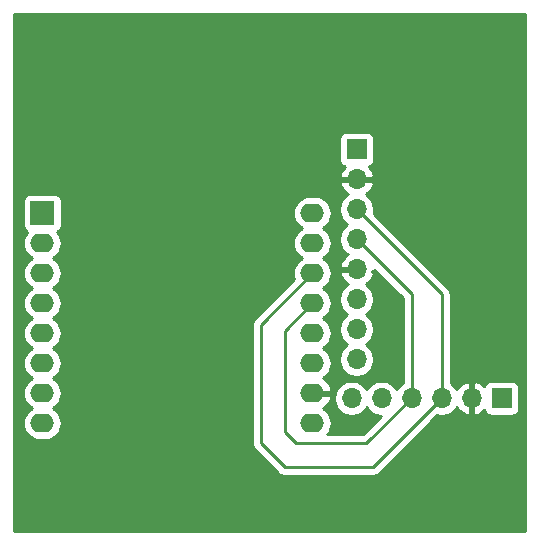
<source format=gbr>
%TF.GenerationSoftware,KiCad,Pcbnew,(5.1.10)-1*%
%TF.CreationDate,2021-05-29T14:40:27+02:00*%
%TF.ProjectId,Monitor,4d6f6e69-746f-4722-9e6b-696361645f70,rev?*%
%TF.SameCoordinates,Original*%
%TF.FileFunction,Copper,L2,Bot*%
%TF.FilePolarity,Positive*%
%FSLAX46Y46*%
G04 Gerber Fmt 4.6, Leading zero omitted, Abs format (unit mm)*
G04 Created by KiCad (PCBNEW (5.1.10)-1) date 2021-05-29 14:40:27*
%MOMM*%
%LPD*%
G01*
G04 APERTURE LIST*
%TA.AperFunction,ComponentPad*%
%ADD10O,1.700000X1.700000*%
%TD*%
%TA.AperFunction,ComponentPad*%
%ADD11R,1.700000X1.700000*%
%TD*%
%TA.AperFunction,ComponentPad*%
%ADD12O,2.000000X1.600000*%
%TD*%
%TA.AperFunction,ComponentPad*%
%ADD13R,2.000000X2.000000*%
%TD*%
%TA.AperFunction,Conductor*%
%ADD14C,0.250000*%
%TD*%
%TA.AperFunction,Conductor*%
%ADD15C,0.254000*%
%TD*%
%TA.AperFunction,Conductor*%
%ADD16C,0.100000*%
%TD*%
G04 APERTURE END LIST*
D10*
%TO.P,J2,4*%
%TO.N,sda*%
X111100000Y-59720000D03*
%TO.P,J2,7*%
%TO.N,Net-(J2-Pad7)*%
X111100000Y-67340000D03*
%TO.P,J2,5*%
%TO.N,GND*%
X111100000Y-62260000D03*
%TO.P,J2,2*%
X111100000Y-54640000D03*
%TO.P,J2,3*%
%TO.N,scl*%
X111100000Y-57180000D03*
%TO.P,J2,6*%
%TO.N,Net-(J2-Pad6)*%
X111100000Y-64800000D03*
%TO.P,J2,8*%
%TO.N,Net-(J2-Pad8)*%
X111100000Y-69880000D03*
D11*
%TO.P,J2,1*%
%TO.N,+5V*%
X111100000Y-52100000D03*
%TD*%
D10*
%TO.P,J1,3*%
%TO.N,scl*%
X118297389Y-73184671D03*
%TO.P,J1,6*%
%TO.N,Net-(J1-Pad6)*%
X110677389Y-73184671D03*
%TO.P,J1,2*%
%TO.N,GND*%
X120837389Y-73184671D03*
%TO.P,J1,4*%
%TO.N,sda*%
X115757389Y-73184671D03*
%TO.P,J1,5*%
%TO.N,Net-(J1-Pad5)*%
X113217389Y-73184671D03*
D11*
%TO.P,J1,1*%
%TO.N,+3V3*%
X123377389Y-73184671D03*
%TD*%
D12*
%TO.P,U1,16*%
%TO.N,Net-(U1-Pad16)*%
X107360000Y-57500000D03*
%TO.P,U1,15*%
%TO.N,Net-(U1-Pad15)*%
X107360000Y-60040000D03*
%TO.P,U1,14*%
%TO.N,scl*%
X107360000Y-62580000D03*
%TO.P,U1,13*%
%TO.N,sda*%
X107360000Y-65120000D03*
%TO.P,U1,12*%
%TO.N,Net-(U1-Pad12)*%
X107360000Y-67660000D03*
%TO.P,U1,11*%
%TO.N,din*%
X107360000Y-70200000D03*
%TO.P,U1,10*%
%TO.N,GND*%
X107360000Y-72740000D03*
%TO.P,U1,9*%
%TO.N,+5V*%
X107360000Y-75280000D03*
%TO.P,U1,8*%
%TO.N,+3V3*%
X84500000Y-75280000D03*
%TO.P,U1,7*%
%TO.N,Net-(U1-Pad7)*%
X84500000Y-72740000D03*
%TO.P,U1,6*%
%TO.N,Net-(U1-Pad6)*%
X84500000Y-70200000D03*
%TO.P,U1,5*%
%TO.N,Net-(U1-Pad5)*%
X84500000Y-67660000D03*
%TO.P,U1,4*%
%TO.N,Net-(U1-Pad4)*%
X84500000Y-65120000D03*
%TO.P,U1,3*%
%TO.N,Net-(U1-Pad3)*%
X84500000Y-62580000D03*
D13*
%TO.P,U1,1*%
%TO.N,Net-(U1-Pad1)*%
X84500000Y-57500000D03*
D12*
%TO.P,U1,2*%
%TO.N,Net-(U1-Pad2)*%
X84500000Y-60040000D03*
%TD*%
D14*
%TO.N,sda*%
X105000000Y-76000000D02*
X105000000Y-67480000D01*
X106000000Y-77000000D02*
X105000000Y-76000000D01*
X111942060Y-77000000D02*
X106000000Y-77000000D01*
X105000000Y-67480000D02*
X107360000Y-65120000D01*
X115757389Y-73184671D02*
X111942060Y-77000000D01*
X115757389Y-64377389D02*
X115757389Y-73184671D01*
X111100000Y-59720000D02*
X115757389Y-64377389D01*
%TO.N,scl*%
X118297389Y-64377389D02*
X118297389Y-73184671D01*
X111100000Y-57180000D02*
X118297389Y-64377389D01*
X107360000Y-62580000D02*
X103000000Y-66940000D01*
X103000000Y-66940000D02*
X103000000Y-77000000D01*
X103000000Y-77000000D02*
X105000000Y-79000000D01*
X112482060Y-79000000D02*
X118297389Y-73184671D01*
X105000000Y-79000000D02*
X112482060Y-79000000D01*
%TO.N,+3V3*%
X84500000Y-75280000D02*
X83780000Y-75280000D01*
%TD*%
D15*
%TO.N,GND*%
X125373000Y-84373000D02*
X82127000Y-84373000D01*
X82127000Y-60040000D01*
X82858057Y-60040000D01*
X82885764Y-60321309D01*
X82967818Y-60591808D01*
X83101068Y-60841101D01*
X83280392Y-61059608D01*
X83498899Y-61238932D01*
X83631858Y-61310000D01*
X83498899Y-61381068D01*
X83280392Y-61560392D01*
X83101068Y-61778899D01*
X82967818Y-62028192D01*
X82885764Y-62298691D01*
X82858057Y-62580000D01*
X82885764Y-62861309D01*
X82967818Y-63131808D01*
X83101068Y-63381101D01*
X83280392Y-63599608D01*
X83498899Y-63778932D01*
X83631858Y-63850000D01*
X83498899Y-63921068D01*
X83280392Y-64100392D01*
X83101068Y-64318899D01*
X82967818Y-64568192D01*
X82885764Y-64838691D01*
X82858057Y-65120000D01*
X82885764Y-65401309D01*
X82967818Y-65671808D01*
X83101068Y-65921101D01*
X83280392Y-66139608D01*
X83498899Y-66318932D01*
X83631858Y-66390000D01*
X83498899Y-66461068D01*
X83280392Y-66640392D01*
X83101068Y-66858899D01*
X82967818Y-67108192D01*
X82885764Y-67378691D01*
X82858057Y-67660000D01*
X82885764Y-67941309D01*
X82967818Y-68211808D01*
X83101068Y-68461101D01*
X83280392Y-68679608D01*
X83498899Y-68858932D01*
X83631858Y-68930000D01*
X83498899Y-69001068D01*
X83280392Y-69180392D01*
X83101068Y-69398899D01*
X82967818Y-69648192D01*
X82885764Y-69918691D01*
X82858057Y-70200000D01*
X82885764Y-70481309D01*
X82967818Y-70751808D01*
X83101068Y-71001101D01*
X83280392Y-71219608D01*
X83498899Y-71398932D01*
X83631858Y-71470000D01*
X83498899Y-71541068D01*
X83280392Y-71720392D01*
X83101068Y-71938899D01*
X82967818Y-72188192D01*
X82885764Y-72458691D01*
X82858057Y-72740000D01*
X82885764Y-73021309D01*
X82967818Y-73291808D01*
X83101068Y-73541101D01*
X83280392Y-73759608D01*
X83498899Y-73938932D01*
X83631858Y-74010000D01*
X83498899Y-74081068D01*
X83280392Y-74260392D01*
X83101068Y-74478899D01*
X82967818Y-74728192D01*
X82885764Y-74998691D01*
X82858057Y-75280000D01*
X82885764Y-75561309D01*
X82967818Y-75831808D01*
X83101068Y-76081101D01*
X83280392Y-76299608D01*
X83498899Y-76478932D01*
X83748192Y-76612182D01*
X84018691Y-76694236D01*
X84229508Y-76715000D01*
X84770492Y-76715000D01*
X84981309Y-76694236D01*
X85251808Y-76612182D01*
X85501101Y-76478932D01*
X85719608Y-76299608D01*
X85898932Y-76081101D01*
X86032182Y-75831808D01*
X86114236Y-75561309D01*
X86141943Y-75280000D01*
X86114236Y-74998691D01*
X86032182Y-74728192D01*
X85898932Y-74478899D01*
X85719608Y-74260392D01*
X85501101Y-74081068D01*
X85368142Y-74010000D01*
X85501101Y-73938932D01*
X85719608Y-73759608D01*
X85898932Y-73541101D01*
X86032182Y-73291808D01*
X86114236Y-73021309D01*
X86141943Y-72740000D01*
X86114236Y-72458691D01*
X86032182Y-72188192D01*
X85898932Y-71938899D01*
X85719608Y-71720392D01*
X85501101Y-71541068D01*
X85368142Y-71470000D01*
X85501101Y-71398932D01*
X85719608Y-71219608D01*
X85898932Y-71001101D01*
X86032182Y-70751808D01*
X86114236Y-70481309D01*
X86141943Y-70200000D01*
X86114236Y-69918691D01*
X86032182Y-69648192D01*
X85898932Y-69398899D01*
X85719608Y-69180392D01*
X85501101Y-69001068D01*
X85368142Y-68930000D01*
X85501101Y-68858932D01*
X85719608Y-68679608D01*
X85898932Y-68461101D01*
X86032182Y-68211808D01*
X86114236Y-67941309D01*
X86141943Y-67660000D01*
X86114236Y-67378691D01*
X86032182Y-67108192D01*
X85942282Y-66940000D01*
X102236324Y-66940000D01*
X102240000Y-66977322D01*
X102240001Y-76962668D01*
X102236324Y-77000000D01*
X102250998Y-77148985D01*
X102294454Y-77292246D01*
X102365026Y-77424276D01*
X102436201Y-77511002D01*
X102460000Y-77540001D01*
X102488998Y-77563799D01*
X104436201Y-79511003D01*
X104459999Y-79540001D01*
X104488997Y-79563799D01*
X104575723Y-79634974D01*
X104707753Y-79705546D01*
X104851014Y-79749003D01*
X104962667Y-79760000D01*
X104962676Y-79760000D01*
X104999999Y-79763676D01*
X105037322Y-79760000D01*
X112444738Y-79760000D01*
X112482060Y-79763676D01*
X112519382Y-79760000D01*
X112519393Y-79760000D01*
X112631046Y-79749003D01*
X112774307Y-79705546D01*
X112906336Y-79634974D01*
X113022061Y-79540001D01*
X113045864Y-79510997D01*
X117930981Y-74625881D01*
X118151129Y-74669671D01*
X118443649Y-74669671D01*
X118730547Y-74612603D01*
X119000800Y-74500661D01*
X119244021Y-74338146D01*
X119450864Y-74131303D01*
X119572584Y-73949137D01*
X119642211Y-74066026D01*
X119837120Y-74282259D01*
X120070469Y-74456312D01*
X120333290Y-74581496D01*
X120480499Y-74626147D01*
X120710389Y-74504826D01*
X120710389Y-73311671D01*
X120690389Y-73311671D01*
X120690389Y-73057671D01*
X120710389Y-73057671D01*
X120710389Y-71864516D01*
X120964389Y-71864516D01*
X120964389Y-73057671D01*
X120984389Y-73057671D01*
X120984389Y-73311671D01*
X120964389Y-73311671D01*
X120964389Y-74504826D01*
X121194279Y-74626147D01*
X121341488Y-74581496D01*
X121604309Y-74456312D01*
X121837658Y-74282259D01*
X121913423Y-74198205D01*
X121937887Y-74278851D01*
X121996852Y-74389165D01*
X122076204Y-74485856D01*
X122172895Y-74565208D01*
X122283209Y-74624173D01*
X122402907Y-74660483D01*
X122527389Y-74672743D01*
X124227389Y-74672743D01*
X124351871Y-74660483D01*
X124471569Y-74624173D01*
X124581883Y-74565208D01*
X124678574Y-74485856D01*
X124757926Y-74389165D01*
X124816891Y-74278851D01*
X124853201Y-74159153D01*
X124865461Y-74034671D01*
X124865461Y-72334671D01*
X124853201Y-72210189D01*
X124816891Y-72090491D01*
X124757926Y-71980177D01*
X124678574Y-71883486D01*
X124581883Y-71804134D01*
X124471569Y-71745169D01*
X124351871Y-71708859D01*
X124227389Y-71696599D01*
X122527389Y-71696599D01*
X122402907Y-71708859D01*
X122283209Y-71745169D01*
X122172895Y-71804134D01*
X122076204Y-71883486D01*
X121996852Y-71980177D01*
X121937887Y-72090491D01*
X121913423Y-72171137D01*
X121837658Y-72087083D01*
X121604309Y-71913030D01*
X121341488Y-71787846D01*
X121194279Y-71743195D01*
X120964389Y-71864516D01*
X120710389Y-71864516D01*
X120480499Y-71743195D01*
X120333290Y-71787846D01*
X120070469Y-71913030D01*
X119837120Y-72087083D01*
X119642211Y-72303316D01*
X119572584Y-72420205D01*
X119450864Y-72238039D01*
X119244021Y-72031196D01*
X119057389Y-71906493D01*
X119057389Y-64414711D01*
X119061065Y-64377388D01*
X119057389Y-64340065D01*
X119057389Y-64340056D01*
X119046392Y-64228403D01*
X119002935Y-64085142D01*
X118932364Y-63953114D01*
X118932363Y-63953112D01*
X118861188Y-63866386D01*
X118837390Y-63837388D01*
X118808393Y-63813591D01*
X112541209Y-57546408D01*
X112585000Y-57326260D01*
X112585000Y-57033740D01*
X112527932Y-56746842D01*
X112415990Y-56476589D01*
X112253475Y-56233368D01*
X112046632Y-56026525D01*
X111864466Y-55904805D01*
X111981355Y-55835178D01*
X112197588Y-55640269D01*
X112371641Y-55406920D01*
X112496825Y-55144099D01*
X112541476Y-54996890D01*
X112420155Y-54767000D01*
X111227000Y-54767000D01*
X111227000Y-54787000D01*
X110973000Y-54787000D01*
X110973000Y-54767000D01*
X109779845Y-54767000D01*
X109658524Y-54996890D01*
X109703175Y-55144099D01*
X109828359Y-55406920D01*
X110002412Y-55640269D01*
X110218645Y-55835178D01*
X110335534Y-55904805D01*
X110153368Y-56026525D01*
X109946525Y-56233368D01*
X109784010Y-56476589D01*
X109672068Y-56746842D01*
X109615000Y-57033740D01*
X109615000Y-57326260D01*
X109672068Y-57613158D01*
X109784010Y-57883411D01*
X109946525Y-58126632D01*
X110153368Y-58333475D01*
X110327760Y-58450000D01*
X110153368Y-58566525D01*
X109946525Y-58773368D01*
X109784010Y-59016589D01*
X109672068Y-59286842D01*
X109615000Y-59573740D01*
X109615000Y-59866260D01*
X109672068Y-60153158D01*
X109784010Y-60423411D01*
X109946525Y-60666632D01*
X110153368Y-60873475D01*
X110335534Y-60995195D01*
X110218645Y-61064822D01*
X110002412Y-61259731D01*
X109828359Y-61493080D01*
X109703175Y-61755901D01*
X109658524Y-61903110D01*
X109779845Y-62133000D01*
X110973000Y-62133000D01*
X110973000Y-62113000D01*
X111227000Y-62113000D01*
X111227000Y-62133000D01*
X111247000Y-62133000D01*
X111247000Y-62387000D01*
X111227000Y-62387000D01*
X111227000Y-62407000D01*
X110973000Y-62407000D01*
X110973000Y-62387000D01*
X109779845Y-62387000D01*
X109658524Y-62616890D01*
X109703175Y-62764099D01*
X109828359Y-63026920D01*
X110002412Y-63260269D01*
X110218645Y-63455178D01*
X110335534Y-63524805D01*
X110153368Y-63646525D01*
X109946525Y-63853368D01*
X109784010Y-64096589D01*
X109672068Y-64366842D01*
X109615000Y-64653740D01*
X109615000Y-64946260D01*
X109672068Y-65233158D01*
X109784010Y-65503411D01*
X109946525Y-65746632D01*
X110153368Y-65953475D01*
X110327760Y-66070000D01*
X110153368Y-66186525D01*
X109946525Y-66393368D01*
X109784010Y-66636589D01*
X109672068Y-66906842D01*
X109615000Y-67193740D01*
X109615000Y-67486260D01*
X109672068Y-67773158D01*
X109784010Y-68043411D01*
X109946525Y-68286632D01*
X110153368Y-68493475D01*
X110327760Y-68610000D01*
X110153368Y-68726525D01*
X109946525Y-68933368D01*
X109784010Y-69176589D01*
X109672068Y-69446842D01*
X109615000Y-69733740D01*
X109615000Y-70026260D01*
X109672068Y-70313158D01*
X109784010Y-70583411D01*
X109946525Y-70826632D01*
X110153368Y-71033475D01*
X110396589Y-71195990D01*
X110666842Y-71307932D01*
X110953740Y-71365000D01*
X111246260Y-71365000D01*
X111533158Y-71307932D01*
X111803411Y-71195990D01*
X112046632Y-71033475D01*
X112253475Y-70826632D01*
X112415990Y-70583411D01*
X112527932Y-70313158D01*
X112585000Y-70026260D01*
X112585000Y-69733740D01*
X112527932Y-69446842D01*
X112415990Y-69176589D01*
X112253475Y-68933368D01*
X112046632Y-68726525D01*
X111872240Y-68610000D01*
X112046632Y-68493475D01*
X112253475Y-68286632D01*
X112415990Y-68043411D01*
X112527932Y-67773158D01*
X112585000Y-67486260D01*
X112585000Y-67193740D01*
X112527932Y-66906842D01*
X112415990Y-66636589D01*
X112253475Y-66393368D01*
X112046632Y-66186525D01*
X111872240Y-66070000D01*
X112046632Y-65953475D01*
X112253475Y-65746632D01*
X112415990Y-65503411D01*
X112527932Y-65233158D01*
X112585000Y-64946260D01*
X112585000Y-64653740D01*
X112527932Y-64366842D01*
X112415990Y-64096589D01*
X112253475Y-63853368D01*
X112046632Y-63646525D01*
X111864466Y-63524805D01*
X111981355Y-63455178D01*
X112197588Y-63260269D01*
X112371641Y-63026920D01*
X112496825Y-62764099D01*
X112541476Y-62616890D01*
X112420156Y-62387002D01*
X112585000Y-62387002D01*
X112585000Y-62279801D01*
X114997389Y-64692191D01*
X114997390Y-71906492D01*
X114810757Y-72031196D01*
X114603914Y-72238039D01*
X114487389Y-72412431D01*
X114370864Y-72238039D01*
X114164021Y-72031196D01*
X113920800Y-71868681D01*
X113650547Y-71756739D01*
X113363649Y-71699671D01*
X113071129Y-71699671D01*
X112784231Y-71756739D01*
X112513978Y-71868681D01*
X112270757Y-72031196D01*
X112063914Y-72238039D01*
X111947389Y-72412431D01*
X111830864Y-72238039D01*
X111624021Y-72031196D01*
X111380800Y-71868681D01*
X111110547Y-71756739D01*
X110823649Y-71699671D01*
X110531129Y-71699671D01*
X110244231Y-71756739D01*
X109973978Y-71868681D01*
X109730757Y-72031196D01*
X109523914Y-72238039D01*
X109361399Y-72481260D01*
X109249457Y-72751513D01*
X109192389Y-73038411D01*
X109192389Y-73330931D01*
X109249457Y-73617829D01*
X109361399Y-73888082D01*
X109523914Y-74131303D01*
X109730757Y-74338146D01*
X109973978Y-74500661D01*
X110244231Y-74612603D01*
X110531129Y-74669671D01*
X110823649Y-74669671D01*
X111110547Y-74612603D01*
X111380800Y-74500661D01*
X111624021Y-74338146D01*
X111830864Y-74131303D01*
X111947389Y-73956911D01*
X112063914Y-74131303D01*
X112270757Y-74338146D01*
X112513978Y-74500661D01*
X112784231Y-74612603D01*
X113071129Y-74669671D01*
X113197588Y-74669671D01*
X111627259Y-76240000D01*
X108628527Y-76240000D01*
X108758932Y-76081101D01*
X108892182Y-75831808D01*
X108974236Y-75561309D01*
X109001943Y-75280000D01*
X108974236Y-74998691D01*
X108892182Y-74728192D01*
X108758932Y-74478899D01*
X108579608Y-74260392D01*
X108361101Y-74081068D01*
X108231655Y-74011878D01*
X108249227Y-74004430D01*
X108482662Y-73845673D01*
X108680639Y-73644425D01*
X108835551Y-73408421D01*
X108941444Y-73146730D01*
X108951904Y-73089039D01*
X108829915Y-72867000D01*
X107487000Y-72867000D01*
X107487000Y-72887000D01*
X107233000Y-72887000D01*
X107233000Y-72867000D01*
X107213000Y-72867000D01*
X107213000Y-72613000D01*
X107233000Y-72613000D01*
X107233000Y-72593000D01*
X107487000Y-72593000D01*
X107487000Y-72613000D01*
X108829915Y-72613000D01*
X108951904Y-72390961D01*
X108941444Y-72333270D01*
X108835551Y-72071579D01*
X108680639Y-71835575D01*
X108482662Y-71634327D01*
X108249227Y-71475570D01*
X108231655Y-71468122D01*
X108361101Y-71398932D01*
X108579608Y-71219608D01*
X108758932Y-71001101D01*
X108892182Y-70751808D01*
X108974236Y-70481309D01*
X109001943Y-70200000D01*
X108974236Y-69918691D01*
X108892182Y-69648192D01*
X108758932Y-69398899D01*
X108579608Y-69180392D01*
X108361101Y-69001068D01*
X108228142Y-68930000D01*
X108361101Y-68858932D01*
X108579608Y-68679608D01*
X108758932Y-68461101D01*
X108892182Y-68211808D01*
X108974236Y-67941309D01*
X109001943Y-67660000D01*
X108974236Y-67378691D01*
X108892182Y-67108192D01*
X108758932Y-66858899D01*
X108579608Y-66640392D01*
X108361101Y-66461068D01*
X108228142Y-66390000D01*
X108361101Y-66318932D01*
X108579608Y-66139608D01*
X108758932Y-65921101D01*
X108892182Y-65671808D01*
X108974236Y-65401309D01*
X109001943Y-65120000D01*
X108974236Y-64838691D01*
X108892182Y-64568192D01*
X108758932Y-64318899D01*
X108579608Y-64100392D01*
X108361101Y-63921068D01*
X108228142Y-63850000D01*
X108361101Y-63778932D01*
X108579608Y-63599608D01*
X108758932Y-63381101D01*
X108892182Y-63131808D01*
X108974236Y-62861309D01*
X109001943Y-62580000D01*
X108974236Y-62298691D01*
X108892182Y-62028192D01*
X108758932Y-61778899D01*
X108579608Y-61560392D01*
X108361101Y-61381068D01*
X108228142Y-61310000D01*
X108361101Y-61238932D01*
X108579608Y-61059608D01*
X108758932Y-60841101D01*
X108892182Y-60591808D01*
X108974236Y-60321309D01*
X109001943Y-60040000D01*
X108974236Y-59758691D01*
X108892182Y-59488192D01*
X108758932Y-59238899D01*
X108579608Y-59020392D01*
X108361101Y-58841068D01*
X108228142Y-58770000D01*
X108361101Y-58698932D01*
X108579608Y-58519608D01*
X108758932Y-58301101D01*
X108892182Y-58051808D01*
X108974236Y-57781309D01*
X109001943Y-57500000D01*
X108974236Y-57218691D01*
X108892182Y-56948192D01*
X108758932Y-56698899D01*
X108579608Y-56480392D01*
X108361101Y-56301068D01*
X108111808Y-56167818D01*
X107841309Y-56085764D01*
X107630492Y-56065000D01*
X107089508Y-56065000D01*
X106878691Y-56085764D01*
X106608192Y-56167818D01*
X106358899Y-56301068D01*
X106140392Y-56480392D01*
X105961068Y-56698899D01*
X105827818Y-56948192D01*
X105745764Y-57218691D01*
X105718057Y-57500000D01*
X105745764Y-57781309D01*
X105827818Y-58051808D01*
X105961068Y-58301101D01*
X106140392Y-58519608D01*
X106358899Y-58698932D01*
X106491858Y-58770000D01*
X106358899Y-58841068D01*
X106140392Y-59020392D01*
X105961068Y-59238899D01*
X105827818Y-59488192D01*
X105745764Y-59758691D01*
X105718057Y-60040000D01*
X105745764Y-60321309D01*
X105827818Y-60591808D01*
X105961068Y-60841101D01*
X106140392Y-61059608D01*
X106358899Y-61238932D01*
X106491858Y-61310000D01*
X106358899Y-61381068D01*
X106140392Y-61560392D01*
X105961068Y-61778899D01*
X105827818Y-62028192D01*
X105745764Y-62298691D01*
X105718057Y-62580000D01*
X105745764Y-62861309D01*
X105805841Y-63059358D01*
X102489003Y-66376196D01*
X102459999Y-66399999D01*
X102404871Y-66467174D01*
X102365026Y-66515724D01*
X102300422Y-66636589D01*
X102294454Y-66647754D01*
X102250997Y-66791015D01*
X102240000Y-66902668D01*
X102240000Y-66902678D01*
X102236324Y-66940000D01*
X85942282Y-66940000D01*
X85898932Y-66858899D01*
X85719608Y-66640392D01*
X85501101Y-66461068D01*
X85368142Y-66390000D01*
X85501101Y-66318932D01*
X85719608Y-66139608D01*
X85898932Y-65921101D01*
X86032182Y-65671808D01*
X86114236Y-65401309D01*
X86141943Y-65120000D01*
X86114236Y-64838691D01*
X86032182Y-64568192D01*
X85898932Y-64318899D01*
X85719608Y-64100392D01*
X85501101Y-63921068D01*
X85368142Y-63850000D01*
X85501101Y-63778932D01*
X85719608Y-63599608D01*
X85898932Y-63381101D01*
X86032182Y-63131808D01*
X86114236Y-62861309D01*
X86141943Y-62580000D01*
X86114236Y-62298691D01*
X86032182Y-62028192D01*
X85898932Y-61778899D01*
X85719608Y-61560392D01*
X85501101Y-61381068D01*
X85368142Y-61310000D01*
X85501101Y-61238932D01*
X85719608Y-61059608D01*
X85898932Y-60841101D01*
X86032182Y-60591808D01*
X86114236Y-60321309D01*
X86141943Y-60040000D01*
X86114236Y-59758691D01*
X86032182Y-59488192D01*
X85898932Y-59238899D01*
X85766524Y-59077559D01*
X85854494Y-59030537D01*
X85951185Y-58951185D01*
X86030537Y-58854494D01*
X86089502Y-58744180D01*
X86125812Y-58624482D01*
X86138072Y-58500000D01*
X86138072Y-56500000D01*
X86125812Y-56375518D01*
X86089502Y-56255820D01*
X86030537Y-56145506D01*
X85951185Y-56048815D01*
X85854494Y-55969463D01*
X85744180Y-55910498D01*
X85624482Y-55874188D01*
X85500000Y-55861928D01*
X83500000Y-55861928D01*
X83375518Y-55874188D01*
X83255820Y-55910498D01*
X83145506Y-55969463D01*
X83048815Y-56048815D01*
X82969463Y-56145506D01*
X82910498Y-56255820D01*
X82874188Y-56375518D01*
X82861928Y-56500000D01*
X82861928Y-58500000D01*
X82874188Y-58624482D01*
X82910498Y-58744180D01*
X82969463Y-58854494D01*
X83048815Y-58951185D01*
X83145506Y-59030537D01*
X83233476Y-59077559D01*
X83101068Y-59238899D01*
X82967818Y-59488192D01*
X82885764Y-59758691D01*
X82858057Y-60040000D01*
X82127000Y-60040000D01*
X82127000Y-51250000D01*
X109611928Y-51250000D01*
X109611928Y-52950000D01*
X109624188Y-53074482D01*
X109660498Y-53194180D01*
X109719463Y-53304494D01*
X109798815Y-53401185D01*
X109895506Y-53480537D01*
X110005820Y-53539502D01*
X110086466Y-53563966D01*
X110002412Y-53639731D01*
X109828359Y-53873080D01*
X109703175Y-54135901D01*
X109658524Y-54283110D01*
X109779845Y-54513000D01*
X110973000Y-54513000D01*
X110973000Y-54493000D01*
X111227000Y-54493000D01*
X111227000Y-54513000D01*
X112420155Y-54513000D01*
X112541476Y-54283110D01*
X112496825Y-54135901D01*
X112371641Y-53873080D01*
X112197588Y-53639731D01*
X112113534Y-53563966D01*
X112194180Y-53539502D01*
X112304494Y-53480537D01*
X112401185Y-53401185D01*
X112480537Y-53304494D01*
X112539502Y-53194180D01*
X112575812Y-53074482D01*
X112588072Y-52950000D01*
X112588072Y-51250000D01*
X112575812Y-51125518D01*
X112539502Y-51005820D01*
X112480537Y-50895506D01*
X112401185Y-50798815D01*
X112304494Y-50719463D01*
X112194180Y-50660498D01*
X112074482Y-50624188D01*
X111950000Y-50611928D01*
X110250000Y-50611928D01*
X110125518Y-50624188D01*
X110005820Y-50660498D01*
X109895506Y-50719463D01*
X109798815Y-50798815D01*
X109719463Y-50895506D01*
X109660498Y-51005820D01*
X109624188Y-51125518D01*
X109611928Y-51250000D01*
X82127000Y-51250000D01*
X82127000Y-40627000D01*
X125373000Y-40627000D01*
X125373000Y-84373000D01*
%TA.AperFunction,Conductor*%
D16*
G36*
X125373000Y-84373000D02*
G01*
X82127000Y-84373000D01*
X82127000Y-60040000D01*
X82858057Y-60040000D01*
X82885764Y-60321309D01*
X82967818Y-60591808D01*
X83101068Y-60841101D01*
X83280392Y-61059608D01*
X83498899Y-61238932D01*
X83631858Y-61310000D01*
X83498899Y-61381068D01*
X83280392Y-61560392D01*
X83101068Y-61778899D01*
X82967818Y-62028192D01*
X82885764Y-62298691D01*
X82858057Y-62580000D01*
X82885764Y-62861309D01*
X82967818Y-63131808D01*
X83101068Y-63381101D01*
X83280392Y-63599608D01*
X83498899Y-63778932D01*
X83631858Y-63850000D01*
X83498899Y-63921068D01*
X83280392Y-64100392D01*
X83101068Y-64318899D01*
X82967818Y-64568192D01*
X82885764Y-64838691D01*
X82858057Y-65120000D01*
X82885764Y-65401309D01*
X82967818Y-65671808D01*
X83101068Y-65921101D01*
X83280392Y-66139608D01*
X83498899Y-66318932D01*
X83631858Y-66390000D01*
X83498899Y-66461068D01*
X83280392Y-66640392D01*
X83101068Y-66858899D01*
X82967818Y-67108192D01*
X82885764Y-67378691D01*
X82858057Y-67660000D01*
X82885764Y-67941309D01*
X82967818Y-68211808D01*
X83101068Y-68461101D01*
X83280392Y-68679608D01*
X83498899Y-68858932D01*
X83631858Y-68930000D01*
X83498899Y-69001068D01*
X83280392Y-69180392D01*
X83101068Y-69398899D01*
X82967818Y-69648192D01*
X82885764Y-69918691D01*
X82858057Y-70200000D01*
X82885764Y-70481309D01*
X82967818Y-70751808D01*
X83101068Y-71001101D01*
X83280392Y-71219608D01*
X83498899Y-71398932D01*
X83631858Y-71470000D01*
X83498899Y-71541068D01*
X83280392Y-71720392D01*
X83101068Y-71938899D01*
X82967818Y-72188192D01*
X82885764Y-72458691D01*
X82858057Y-72740000D01*
X82885764Y-73021309D01*
X82967818Y-73291808D01*
X83101068Y-73541101D01*
X83280392Y-73759608D01*
X83498899Y-73938932D01*
X83631858Y-74010000D01*
X83498899Y-74081068D01*
X83280392Y-74260392D01*
X83101068Y-74478899D01*
X82967818Y-74728192D01*
X82885764Y-74998691D01*
X82858057Y-75280000D01*
X82885764Y-75561309D01*
X82967818Y-75831808D01*
X83101068Y-76081101D01*
X83280392Y-76299608D01*
X83498899Y-76478932D01*
X83748192Y-76612182D01*
X84018691Y-76694236D01*
X84229508Y-76715000D01*
X84770492Y-76715000D01*
X84981309Y-76694236D01*
X85251808Y-76612182D01*
X85501101Y-76478932D01*
X85719608Y-76299608D01*
X85898932Y-76081101D01*
X86032182Y-75831808D01*
X86114236Y-75561309D01*
X86141943Y-75280000D01*
X86114236Y-74998691D01*
X86032182Y-74728192D01*
X85898932Y-74478899D01*
X85719608Y-74260392D01*
X85501101Y-74081068D01*
X85368142Y-74010000D01*
X85501101Y-73938932D01*
X85719608Y-73759608D01*
X85898932Y-73541101D01*
X86032182Y-73291808D01*
X86114236Y-73021309D01*
X86141943Y-72740000D01*
X86114236Y-72458691D01*
X86032182Y-72188192D01*
X85898932Y-71938899D01*
X85719608Y-71720392D01*
X85501101Y-71541068D01*
X85368142Y-71470000D01*
X85501101Y-71398932D01*
X85719608Y-71219608D01*
X85898932Y-71001101D01*
X86032182Y-70751808D01*
X86114236Y-70481309D01*
X86141943Y-70200000D01*
X86114236Y-69918691D01*
X86032182Y-69648192D01*
X85898932Y-69398899D01*
X85719608Y-69180392D01*
X85501101Y-69001068D01*
X85368142Y-68930000D01*
X85501101Y-68858932D01*
X85719608Y-68679608D01*
X85898932Y-68461101D01*
X86032182Y-68211808D01*
X86114236Y-67941309D01*
X86141943Y-67660000D01*
X86114236Y-67378691D01*
X86032182Y-67108192D01*
X85942282Y-66940000D01*
X102236324Y-66940000D01*
X102240000Y-66977322D01*
X102240001Y-76962668D01*
X102236324Y-77000000D01*
X102250998Y-77148985D01*
X102294454Y-77292246D01*
X102365026Y-77424276D01*
X102436201Y-77511002D01*
X102460000Y-77540001D01*
X102488998Y-77563799D01*
X104436201Y-79511003D01*
X104459999Y-79540001D01*
X104488997Y-79563799D01*
X104575723Y-79634974D01*
X104707753Y-79705546D01*
X104851014Y-79749003D01*
X104962667Y-79760000D01*
X104962676Y-79760000D01*
X104999999Y-79763676D01*
X105037322Y-79760000D01*
X112444738Y-79760000D01*
X112482060Y-79763676D01*
X112519382Y-79760000D01*
X112519393Y-79760000D01*
X112631046Y-79749003D01*
X112774307Y-79705546D01*
X112906336Y-79634974D01*
X113022061Y-79540001D01*
X113045864Y-79510997D01*
X117930981Y-74625881D01*
X118151129Y-74669671D01*
X118443649Y-74669671D01*
X118730547Y-74612603D01*
X119000800Y-74500661D01*
X119244021Y-74338146D01*
X119450864Y-74131303D01*
X119572584Y-73949137D01*
X119642211Y-74066026D01*
X119837120Y-74282259D01*
X120070469Y-74456312D01*
X120333290Y-74581496D01*
X120480499Y-74626147D01*
X120710389Y-74504826D01*
X120710389Y-73311671D01*
X120690389Y-73311671D01*
X120690389Y-73057671D01*
X120710389Y-73057671D01*
X120710389Y-71864516D01*
X120964389Y-71864516D01*
X120964389Y-73057671D01*
X120984389Y-73057671D01*
X120984389Y-73311671D01*
X120964389Y-73311671D01*
X120964389Y-74504826D01*
X121194279Y-74626147D01*
X121341488Y-74581496D01*
X121604309Y-74456312D01*
X121837658Y-74282259D01*
X121913423Y-74198205D01*
X121937887Y-74278851D01*
X121996852Y-74389165D01*
X122076204Y-74485856D01*
X122172895Y-74565208D01*
X122283209Y-74624173D01*
X122402907Y-74660483D01*
X122527389Y-74672743D01*
X124227389Y-74672743D01*
X124351871Y-74660483D01*
X124471569Y-74624173D01*
X124581883Y-74565208D01*
X124678574Y-74485856D01*
X124757926Y-74389165D01*
X124816891Y-74278851D01*
X124853201Y-74159153D01*
X124865461Y-74034671D01*
X124865461Y-72334671D01*
X124853201Y-72210189D01*
X124816891Y-72090491D01*
X124757926Y-71980177D01*
X124678574Y-71883486D01*
X124581883Y-71804134D01*
X124471569Y-71745169D01*
X124351871Y-71708859D01*
X124227389Y-71696599D01*
X122527389Y-71696599D01*
X122402907Y-71708859D01*
X122283209Y-71745169D01*
X122172895Y-71804134D01*
X122076204Y-71883486D01*
X121996852Y-71980177D01*
X121937887Y-72090491D01*
X121913423Y-72171137D01*
X121837658Y-72087083D01*
X121604309Y-71913030D01*
X121341488Y-71787846D01*
X121194279Y-71743195D01*
X120964389Y-71864516D01*
X120710389Y-71864516D01*
X120480499Y-71743195D01*
X120333290Y-71787846D01*
X120070469Y-71913030D01*
X119837120Y-72087083D01*
X119642211Y-72303316D01*
X119572584Y-72420205D01*
X119450864Y-72238039D01*
X119244021Y-72031196D01*
X119057389Y-71906493D01*
X119057389Y-64414711D01*
X119061065Y-64377388D01*
X119057389Y-64340065D01*
X119057389Y-64340056D01*
X119046392Y-64228403D01*
X119002935Y-64085142D01*
X118932364Y-63953114D01*
X118932363Y-63953112D01*
X118861188Y-63866386D01*
X118837390Y-63837388D01*
X118808393Y-63813591D01*
X112541209Y-57546408D01*
X112585000Y-57326260D01*
X112585000Y-57033740D01*
X112527932Y-56746842D01*
X112415990Y-56476589D01*
X112253475Y-56233368D01*
X112046632Y-56026525D01*
X111864466Y-55904805D01*
X111981355Y-55835178D01*
X112197588Y-55640269D01*
X112371641Y-55406920D01*
X112496825Y-55144099D01*
X112541476Y-54996890D01*
X112420155Y-54767000D01*
X111227000Y-54767000D01*
X111227000Y-54787000D01*
X110973000Y-54787000D01*
X110973000Y-54767000D01*
X109779845Y-54767000D01*
X109658524Y-54996890D01*
X109703175Y-55144099D01*
X109828359Y-55406920D01*
X110002412Y-55640269D01*
X110218645Y-55835178D01*
X110335534Y-55904805D01*
X110153368Y-56026525D01*
X109946525Y-56233368D01*
X109784010Y-56476589D01*
X109672068Y-56746842D01*
X109615000Y-57033740D01*
X109615000Y-57326260D01*
X109672068Y-57613158D01*
X109784010Y-57883411D01*
X109946525Y-58126632D01*
X110153368Y-58333475D01*
X110327760Y-58450000D01*
X110153368Y-58566525D01*
X109946525Y-58773368D01*
X109784010Y-59016589D01*
X109672068Y-59286842D01*
X109615000Y-59573740D01*
X109615000Y-59866260D01*
X109672068Y-60153158D01*
X109784010Y-60423411D01*
X109946525Y-60666632D01*
X110153368Y-60873475D01*
X110335534Y-60995195D01*
X110218645Y-61064822D01*
X110002412Y-61259731D01*
X109828359Y-61493080D01*
X109703175Y-61755901D01*
X109658524Y-61903110D01*
X109779845Y-62133000D01*
X110973000Y-62133000D01*
X110973000Y-62113000D01*
X111227000Y-62113000D01*
X111227000Y-62133000D01*
X111247000Y-62133000D01*
X111247000Y-62387000D01*
X111227000Y-62387000D01*
X111227000Y-62407000D01*
X110973000Y-62407000D01*
X110973000Y-62387000D01*
X109779845Y-62387000D01*
X109658524Y-62616890D01*
X109703175Y-62764099D01*
X109828359Y-63026920D01*
X110002412Y-63260269D01*
X110218645Y-63455178D01*
X110335534Y-63524805D01*
X110153368Y-63646525D01*
X109946525Y-63853368D01*
X109784010Y-64096589D01*
X109672068Y-64366842D01*
X109615000Y-64653740D01*
X109615000Y-64946260D01*
X109672068Y-65233158D01*
X109784010Y-65503411D01*
X109946525Y-65746632D01*
X110153368Y-65953475D01*
X110327760Y-66070000D01*
X110153368Y-66186525D01*
X109946525Y-66393368D01*
X109784010Y-66636589D01*
X109672068Y-66906842D01*
X109615000Y-67193740D01*
X109615000Y-67486260D01*
X109672068Y-67773158D01*
X109784010Y-68043411D01*
X109946525Y-68286632D01*
X110153368Y-68493475D01*
X110327760Y-68610000D01*
X110153368Y-68726525D01*
X109946525Y-68933368D01*
X109784010Y-69176589D01*
X109672068Y-69446842D01*
X109615000Y-69733740D01*
X109615000Y-70026260D01*
X109672068Y-70313158D01*
X109784010Y-70583411D01*
X109946525Y-70826632D01*
X110153368Y-71033475D01*
X110396589Y-71195990D01*
X110666842Y-71307932D01*
X110953740Y-71365000D01*
X111246260Y-71365000D01*
X111533158Y-71307932D01*
X111803411Y-71195990D01*
X112046632Y-71033475D01*
X112253475Y-70826632D01*
X112415990Y-70583411D01*
X112527932Y-70313158D01*
X112585000Y-70026260D01*
X112585000Y-69733740D01*
X112527932Y-69446842D01*
X112415990Y-69176589D01*
X112253475Y-68933368D01*
X112046632Y-68726525D01*
X111872240Y-68610000D01*
X112046632Y-68493475D01*
X112253475Y-68286632D01*
X112415990Y-68043411D01*
X112527932Y-67773158D01*
X112585000Y-67486260D01*
X112585000Y-67193740D01*
X112527932Y-66906842D01*
X112415990Y-66636589D01*
X112253475Y-66393368D01*
X112046632Y-66186525D01*
X111872240Y-66070000D01*
X112046632Y-65953475D01*
X112253475Y-65746632D01*
X112415990Y-65503411D01*
X112527932Y-65233158D01*
X112585000Y-64946260D01*
X112585000Y-64653740D01*
X112527932Y-64366842D01*
X112415990Y-64096589D01*
X112253475Y-63853368D01*
X112046632Y-63646525D01*
X111864466Y-63524805D01*
X111981355Y-63455178D01*
X112197588Y-63260269D01*
X112371641Y-63026920D01*
X112496825Y-62764099D01*
X112541476Y-62616890D01*
X112420156Y-62387002D01*
X112585000Y-62387002D01*
X112585000Y-62279801D01*
X114997389Y-64692191D01*
X114997390Y-71906492D01*
X114810757Y-72031196D01*
X114603914Y-72238039D01*
X114487389Y-72412431D01*
X114370864Y-72238039D01*
X114164021Y-72031196D01*
X113920800Y-71868681D01*
X113650547Y-71756739D01*
X113363649Y-71699671D01*
X113071129Y-71699671D01*
X112784231Y-71756739D01*
X112513978Y-71868681D01*
X112270757Y-72031196D01*
X112063914Y-72238039D01*
X111947389Y-72412431D01*
X111830864Y-72238039D01*
X111624021Y-72031196D01*
X111380800Y-71868681D01*
X111110547Y-71756739D01*
X110823649Y-71699671D01*
X110531129Y-71699671D01*
X110244231Y-71756739D01*
X109973978Y-71868681D01*
X109730757Y-72031196D01*
X109523914Y-72238039D01*
X109361399Y-72481260D01*
X109249457Y-72751513D01*
X109192389Y-73038411D01*
X109192389Y-73330931D01*
X109249457Y-73617829D01*
X109361399Y-73888082D01*
X109523914Y-74131303D01*
X109730757Y-74338146D01*
X109973978Y-74500661D01*
X110244231Y-74612603D01*
X110531129Y-74669671D01*
X110823649Y-74669671D01*
X111110547Y-74612603D01*
X111380800Y-74500661D01*
X111624021Y-74338146D01*
X111830864Y-74131303D01*
X111947389Y-73956911D01*
X112063914Y-74131303D01*
X112270757Y-74338146D01*
X112513978Y-74500661D01*
X112784231Y-74612603D01*
X113071129Y-74669671D01*
X113197588Y-74669671D01*
X111627259Y-76240000D01*
X108628527Y-76240000D01*
X108758932Y-76081101D01*
X108892182Y-75831808D01*
X108974236Y-75561309D01*
X109001943Y-75280000D01*
X108974236Y-74998691D01*
X108892182Y-74728192D01*
X108758932Y-74478899D01*
X108579608Y-74260392D01*
X108361101Y-74081068D01*
X108231655Y-74011878D01*
X108249227Y-74004430D01*
X108482662Y-73845673D01*
X108680639Y-73644425D01*
X108835551Y-73408421D01*
X108941444Y-73146730D01*
X108951904Y-73089039D01*
X108829915Y-72867000D01*
X107487000Y-72867000D01*
X107487000Y-72887000D01*
X107233000Y-72887000D01*
X107233000Y-72867000D01*
X107213000Y-72867000D01*
X107213000Y-72613000D01*
X107233000Y-72613000D01*
X107233000Y-72593000D01*
X107487000Y-72593000D01*
X107487000Y-72613000D01*
X108829915Y-72613000D01*
X108951904Y-72390961D01*
X108941444Y-72333270D01*
X108835551Y-72071579D01*
X108680639Y-71835575D01*
X108482662Y-71634327D01*
X108249227Y-71475570D01*
X108231655Y-71468122D01*
X108361101Y-71398932D01*
X108579608Y-71219608D01*
X108758932Y-71001101D01*
X108892182Y-70751808D01*
X108974236Y-70481309D01*
X109001943Y-70200000D01*
X108974236Y-69918691D01*
X108892182Y-69648192D01*
X108758932Y-69398899D01*
X108579608Y-69180392D01*
X108361101Y-69001068D01*
X108228142Y-68930000D01*
X108361101Y-68858932D01*
X108579608Y-68679608D01*
X108758932Y-68461101D01*
X108892182Y-68211808D01*
X108974236Y-67941309D01*
X109001943Y-67660000D01*
X108974236Y-67378691D01*
X108892182Y-67108192D01*
X108758932Y-66858899D01*
X108579608Y-66640392D01*
X108361101Y-66461068D01*
X108228142Y-66390000D01*
X108361101Y-66318932D01*
X108579608Y-66139608D01*
X108758932Y-65921101D01*
X108892182Y-65671808D01*
X108974236Y-65401309D01*
X109001943Y-65120000D01*
X108974236Y-64838691D01*
X108892182Y-64568192D01*
X108758932Y-64318899D01*
X108579608Y-64100392D01*
X108361101Y-63921068D01*
X108228142Y-63850000D01*
X108361101Y-63778932D01*
X108579608Y-63599608D01*
X108758932Y-63381101D01*
X108892182Y-63131808D01*
X108974236Y-62861309D01*
X109001943Y-62580000D01*
X108974236Y-62298691D01*
X108892182Y-62028192D01*
X108758932Y-61778899D01*
X108579608Y-61560392D01*
X108361101Y-61381068D01*
X108228142Y-61310000D01*
X108361101Y-61238932D01*
X108579608Y-61059608D01*
X108758932Y-60841101D01*
X108892182Y-60591808D01*
X108974236Y-60321309D01*
X109001943Y-60040000D01*
X108974236Y-59758691D01*
X108892182Y-59488192D01*
X108758932Y-59238899D01*
X108579608Y-59020392D01*
X108361101Y-58841068D01*
X108228142Y-58770000D01*
X108361101Y-58698932D01*
X108579608Y-58519608D01*
X108758932Y-58301101D01*
X108892182Y-58051808D01*
X108974236Y-57781309D01*
X109001943Y-57500000D01*
X108974236Y-57218691D01*
X108892182Y-56948192D01*
X108758932Y-56698899D01*
X108579608Y-56480392D01*
X108361101Y-56301068D01*
X108111808Y-56167818D01*
X107841309Y-56085764D01*
X107630492Y-56065000D01*
X107089508Y-56065000D01*
X106878691Y-56085764D01*
X106608192Y-56167818D01*
X106358899Y-56301068D01*
X106140392Y-56480392D01*
X105961068Y-56698899D01*
X105827818Y-56948192D01*
X105745764Y-57218691D01*
X105718057Y-57500000D01*
X105745764Y-57781309D01*
X105827818Y-58051808D01*
X105961068Y-58301101D01*
X106140392Y-58519608D01*
X106358899Y-58698932D01*
X106491858Y-58770000D01*
X106358899Y-58841068D01*
X106140392Y-59020392D01*
X105961068Y-59238899D01*
X105827818Y-59488192D01*
X105745764Y-59758691D01*
X105718057Y-60040000D01*
X105745764Y-60321309D01*
X105827818Y-60591808D01*
X105961068Y-60841101D01*
X106140392Y-61059608D01*
X106358899Y-61238932D01*
X106491858Y-61310000D01*
X106358899Y-61381068D01*
X106140392Y-61560392D01*
X105961068Y-61778899D01*
X105827818Y-62028192D01*
X105745764Y-62298691D01*
X105718057Y-62580000D01*
X105745764Y-62861309D01*
X105805841Y-63059358D01*
X102489003Y-66376196D01*
X102459999Y-66399999D01*
X102404871Y-66467174D01*
X102365026Y-66515724D01*
X102300422Y-66636589D01*
X102294454Y-66647754D01*
X102250997Y-66791015D01*
X102240000Y-66902668D01*
X102240000Y-66902678D01*
X102236324Y-66940000D01*
X85942282Y-66940000D01*
X85898932Y-66858899D01*
X85719608Y-66640392D01*
X85501101Y-66461068D01*
X85368142Y-66390000D01*
X85501101Y-66318932D01*
X85719608Y-66139608D01*
X85898932Y-65921101D01*
X86032182Y-65671808D01*
X86114236Y-65401309D01*
X86141943Y-65120000D01*
X86114236Y-64838691D01*
X86032182Y-64568192D01*
X85898932Y-64318899D01*
X85719608Y-64100392D01*
X85501101Y-63921068D01*
X85368142Y-63850000D01*
X85501101Y-63778932D01*
X85719608Y-63599608D01*
X85898932Y-63381101D01*
X86032182Y-63131808D01*
X86114236Y-62861309D01*
X86141943Y-62580000D01*
X86114236Y-62298691D01*
X86032182Y-62028192D01*
X85898932Y-61778899D01*
X85719608Y-61560392D01*
X85501101Y-61381068D01*
X85368142Y-61310000D01*
X85501101Y-61238932D01*
X85719608Y-61059608D01*
X85898932Y-60841101D01*
X86032182Y-60591808D01*
X86114236Y-60321309D01*
X86141943Y-60040000D01*
X86114236Y-59758691D01*
X86032182Y-59488192D01*
X85898932Y-59238899D01*
X85766524Y-59077559D01*
X85854494Y-59030537D01*
X85951185Y-58951185D01*
X86030537Y-58854494D01*
X86089502Y-58744180D01*
X86125812Y-58624482D01*
X86138072Y-58500000D01*
X86138072Y-56500000D01*
X86125812Y-56375518D01*
X86089502Y-56255820D01*
X86030537Y-56145506D01*
X85951185Y-56048815D01*
X85854494Y-55969463D01*
X85744180Y-55910498D01*
X85624482Y-55874188D01*
X85500000Y-55861928D01*
X83500000Y-55861928D01*
X83375518Y-55874188D01*
X83255820Y-55910498D01*
X83145506Y-55969463D01*
X83048815Y-56048815D01*
X82969463Y-56145506D01*
X82910498Y-56255820D01*
X82874188Y-56375518D01*
X82861928Y-56500000D01*
X82861928Y-58500000D01*
X82874188Y-58624482D01*
X82910498Y-58744180D01*
X82969463Y-58854494D01*
X83048815Y-58951185D01*
X83145506Y-59030537D01*
X83233476Y-59077559D01*
X83101068Y-59238899D01*
X82967818Y-59488192D01*
X82885764Y-59758691D01*
X82858057Y-60040000D01*
X82127000Y-60040000D01*
X82127000Y-51250000D01*
X109611928Y-51250000D01*
X109611928Y-52950000D01*
X109624188Y-53074482D01*
X109660498Y-53194180D01*
X109719463Y-53304494D01*
X109798815Y-53401185D01*
X109895506Y-53480537D01*
X110005820Y-53539502D01*
X110086466Y-53563966D01*
X110002412Y-53639731D01*
X109828359Y-53873080D01*
X109703175Y-54135901D01*
X109658524Y-54283110D01*
X109779845Y-54513000D01*
X110973000Y-54513000D01*
X110973000Y-54493000D01*
X111227000Y-54493000D01*
X111227000Y-54513000D01*
X112420155Y-54513000D01*
X112541476Y-54283110D01*
X112496825Y-54135901D01*
X112371641Y-53873080D01*
X112197588Y-53639731D01*
X112113534Y-53563966D01*
X112194180Y-53539502D01*
X112304494Y-53480537D01*
X112401185Y-53401185D01*
X112480537Y-53304494D01*
X112539502Y-53194180D01*
X112575812Y-53074482D01*
X112588072Y-52950000D01*
X112588072Y-51250000D01*
X112575812Y-51125518D01*
X112539502Y-51005820D01*
X112480537Y-50895506D01*
X112401185Y-50798815D01*
X112304494Y-50719463D01*
X112194180Y-50660498D01*
X112074482Y-50624188D01*
X111950000Y-50611928D01*
X110250000Y-50611928D01*
X110125518Y-50624188D01*
X110005820Y-50660498D01*
X109895506Y-50719463D01*
X109798815Y-50798815D01*
X109719463Y-50895506D01*
X109660498Y-51005820D01*
X109624188Y-51125518D01*
X109611928Y-51250000D01*
X82127000Y-51250000D01*
X82127000Y-40627000D01*
X125373000Y-40627000D01*
X125373000Y-84373000D01*
G37*
%TD.AperFunction*%
%TD*%
M02*

</source>
